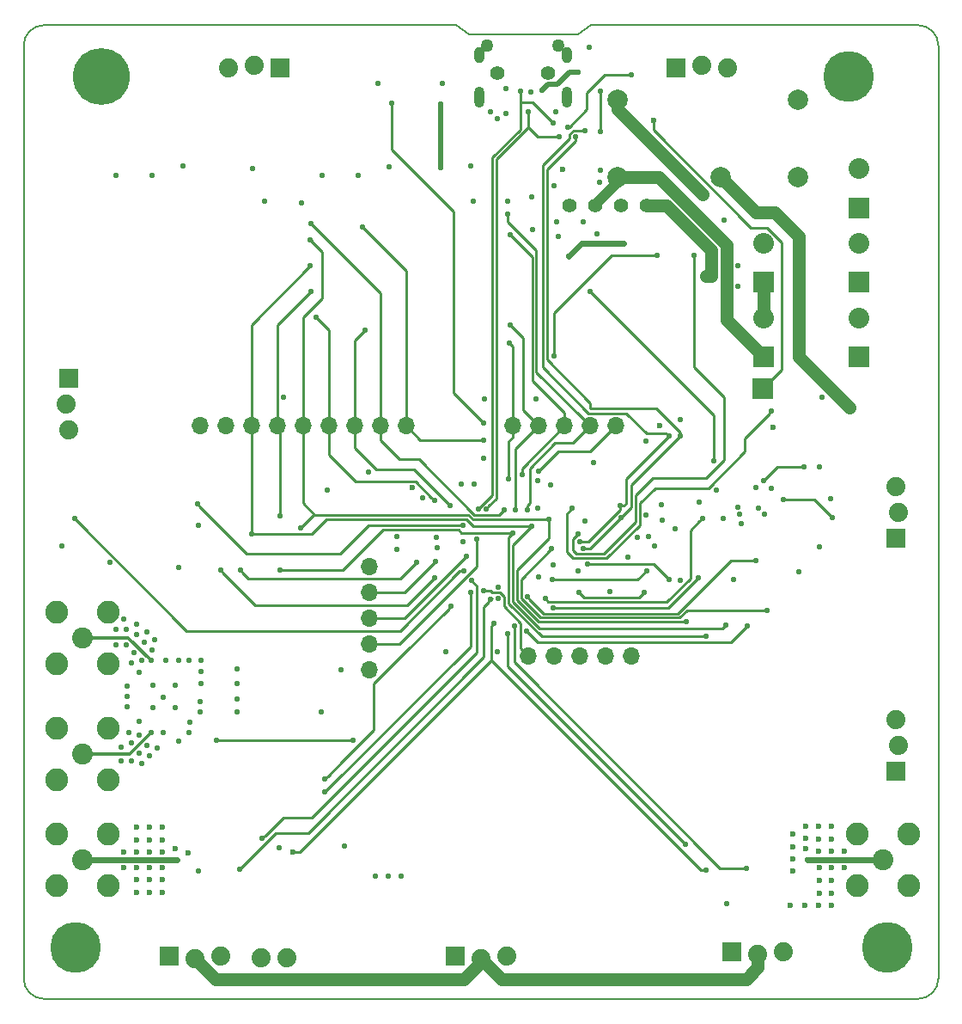
<source format=gbr>
%TF.GenerationSoftware,KiCad,Pcbnew,(5.1.5)-3*%
%TF.CreationDate,2020-03-14T11:42:48-07:00*%
%TF.ProjectId,mainboard,6d61696e-626f-4617-9264-2e6b69636164,rev?*%
%TF.SameCoordinates,PXb3c5ff4PY8d80254*%
%TF.FileFunction,Copper,L3,Inr*%
%TF.FilePolarity,Positive*%
%FSLAX46Y46*%
G04 Gerber Fmt 4.6, Leading zero omitted, Abs format (unit mm)*
G04 Created by KiCad (PCBNEW (5.1.5)-3) date 2020-03-14 11:42:48*
%MOMM*%
%LPD*%
G04 APERTURE LIST*
%ADD10C,0.150000*%
%ADD11O,1.700000X1.700000*%
%ADD12C,1.400000*%
%ADD13C,2.032000*%
%ADD14R,2.032000X2.032000*%
%ADD15O,1.000000X2.100000*%
%ADD16O,1.000000X1.600000*%
%ADD17C,1.270000*%
%ADD18C,1.408000*%
%ADD19C,2.250000*%
%ADD20C,2.050000*%
%ADD21C,5.600000*%
%ADD22C,1.879600*%
%ADD23C,5.000000*%
%ADD24R,1.879600X1.879600*%
%ADD25C,2.006600*%
%ADD26C,0.584200*%
%ADD27C,0.600000*%
%ADD28C,0.279400*%
%ADD29C,0.508000*%
%ADD30C,0.271780*%
%ADD31C,0.271781*%
%ADD32C,1.270000*%
%ADD33C,0.609600*%
%ADD34C,1.016000*%
%ADD35C,0.304800*%
G04 APERTURE END LIST*
D10*
X-90170000Y93885000D02*
X-90170000Y2000000D01*
X-88170000Y0D02*
G75*
G02X-90170000Y2000000I0J2000000D01*
G01*
X-88170000Y0D02*
X-2000000Y0D01*
X0Y2000000D02*
G75*
G02X-2000000Y0I-2000000J0D01*
G01*
X0Y2000000D02*
X0Y93885000D01*
X-2000000Y95885000D02*
G75*
G02X0Y93885000I0J-2000000D01*
G01*
X-2000000Y95885000D02*
X-34230000Y95875004D01*
X-34230000Y95875004D02*
X-35500000Y94986004D01*
X-35500000Y94986004D02*
X-46295000Y94986004D01*
X-46295000Y94986004D02*
X-47574997Y95885000D01*
X-47574997Y95885000D02*
X-88170000Y95885000D01*
X-90170000Y93885000D02*
G75*
G02X-88170000Y95885000I2000000J0D01*
G01*
D11*
X-30264100Y33769300D03*
X-32804100Y33769300D03*
X-35344100Y33769300D03*
X-37884100Y33769300D03*
X-40424100Y33769300D03*
D12*
X-28740100Y78143100D03*
X-31280100Y78143100D03*
X-33820100Y78143100D03*
X-36360100Y78143100D03*
D13*
X-17224000Y67057804D03*
D14*
X-17224000Y63202204D03*
D15*
X-36629500Y88787300D03*
X-45269500Y88787300D03*
D16*
X-45269500Y92937300D03*
X-36629500Y92937300D03*
D14*
X-17314000Y60110100D03*
D17*
X-37457500Y93865700D03*
X-44457500Y93865700D03*
D18*
X-38457500Y91165700D03*
X-43457500Y91165700D03*
D19*
X-86935000Y38090004D03*
X-86935000Y33010004D03*
X-81855000Y33010004D03*
X-81855000Y38090004D03*
D20*
X-84395000Y35550004D03*
D19*
X-86935000Y26660004D03*
X-86935000Y21580004D03*
X-81855000Y21580004D03*
X-81855000Y26660004D03*
D20*
X-84395000Y24120004D03*
D19*
X-8039100Y11150004D03*
X-8039100Y16230004D03*
X-2959100Y16230004D03*
X-2959100Y11150004D03*
D20*
X-5499100Y13690004D03*
D21*
X-82540000Y90805000D03*
D22*
X-64198500Y4051300D03*
X-66738500Y4051300D03*
D23*
X-8880000Y90805000D03*
X-5080000Y5080000D03*
X-85080000Y5080000D03*
D11*
X-52489100Y56426100D03*
X-55029100Y56426100D03*
X-57569100Y56426100D03*
X-60109100Y56426100D03*
X-62649100Y56426100D03*
X-65189100Y56426100D03*
X-67729100Y56426100D03*
X-70269100Y56426100D03*
X-72809100Y56426100D03*
X-31788100Y56426100D03*
X-34328100Y56426100D03*
X-36868100Y56426100D03*
X-39408100Y56426100D03*
X-41948100Y56426100D03*
X-56121300Y42557700D03*
X-56121300Y40017700D03*
X-56121300Y37477700D03*
X-56121300Y34937700D03*
X-56121300Y32397700D03*
D24*
X-20358100Y4617004D03*
D22*
X-17818100Y4363004D03*
X-15278100Y4617004D03*
D20*
X-84395000Y13690004D03*
D19*
X-81855000Y11150004D03*
X-81855000Y16230004D03*
X-86935000Y16230004D03*
X-86935000Y11150004D03*
D24*
X-85706000Y61140504D03*
D22*
X-85960000Y58600504D03*
X-85706000Y56060504D03*
D24*
X-4237000Y45392504D03*
D22*
X-3983000Y47932504D03*
X-4237000Y50472504D03*
D24*
X-75857100Y4229100D03*
D22*
X-73317100Y3975100D03*
X-70777100Y4229100D03*
D24*
X-25902000Y91663004D03*
D22*
X-23362000Y91917004D03*
X-20822000Y91663004D03*
D24*
X-47625000Y4229100D03*
D22*
X-45085000Y3975100D03*
X-42545000Y4229100D03*
D24*
X-64900500Y91663004D03*
D22*
X-67440500Y91917004D03*
X-69980500Y91663004D03*
D13*
X-7798000Y74413404D03*
D14*
X-7798000Y70557804D03*
X-7798000Y63202204D03*
D13*
X-7798000Y67057804D03*
D14*
X-17224000Y70557804D03*
D13*
X-17224000Y74413404D03*
D14*
X-7798000Y77913404D03*
D13*
X-7798000Y81769004D03*
D25*
X-31613800Y80889004D03*
X-21453800Y80889004D03*
X-13833800Y80889004D03*
X-13833800Y88509004D03*
X-31613800Y88509004D03*
D24*
X-4229100Y22390100D03*
D22*
X-3975100Y24930100D03*
X-4229100Y27470100D03*
D26*
X-72685600Y32248004D03*
X-72736400Y28285604D03*
X-58868000Y32400404D03*
X-17969735Y50316122D03*
X-16450000Y50282004D03*
X-76190800Y33314804D03*
X-74920800Y33314804D03*
X-73854000Y33314804D03*
X-72685600Y33314804D03*
X-80000800Y30825604D03*
X-80000800Y29809604D03*
X-80000800Y28793604D03*
X-72685600Y31079604D03*
X-72736400Y29250804D03*
X-73850500Y26202804D03*
X-76444800Y26202804D03*
X-69126100Y28232100D03*
X-69129600Y29555604D03*
X-69129600Y31028804D03*
X-69129600Y32502004D03*
X-17740000Y48327604D03*
X-17144863Y47724504D03*
X-64964000Y14849004D03*
X-13783000Y42027004D03*
X-10608000Y49266004D03*
X-75251000Y28692004D03*
X-75251000Y30851004D03*
X-77410000Y30851004D03*
X-76394000Y29708004D03*
X-77410000Y28692004D03*
X-78807000Y27295004D03*
X-78807000Y32121004D03*
X-86427680Y44634201D03*
X-81699090Y42964100D03*
X-48552100Y34201100D03*
X-30645100Y43472100D03*
X-28867100Y54902110D03*
X-64554100Y59220100D03*
X-44742100Y59093100D03*
X-81064100Y81064100D03*
X-66459100Y78524100D03*
X-57188100Y81064100D03*
X-46901100Y45021487D03*
X-45758100Y50711100D03*
X-60236100Y50076100D03*
X-53369812Y44284011D03*
X-53369812Y45554011D03*
X-38265100Y50584100D03*
X-43396702Y39409245D03*
X-19428460Y46769020D03*
X-74866500Y25387300D03*
X-72936104Y12611100D03*
D27*
X-80302100Y12925300D03*
X-80302100Y14449300D03*
X-73952100Y14398500D03*
X-75222100Y14779500D03*
X-76492100Y11706100D03*
X-76492100Y12925300D03*
X-76492100Y10436100D03*
X-77762100Y12925300D03*
X-77762100Y10436100D03*
X-77762100Y11706100D03*
X-79032100Y11706100D03*
X-79032100Y10436100D03*
X-79032100Y12925300D03*
X-76492100Y16938500D03*
X-77762100Y15668500D03*
X-76492100Y14449300D03*
X-79032100Y16938500D03*
X-77762100Y16938500D03*
X-79032100Y15668500D03*
X-77762100Y14449300D03*
X-76492100Y15668500D03*
X-79032100Y14449300D03*
D26*
X-43463877Y34201100D03*
X-21120100Y76698004D03*
X-33693100Y75349100D03*
X-45878740Y78524104D03*
X-46140360Y82050978D03*
X-67576700Y81800702D03*
X-11722100Y44488100D03*
X-73825100Y27241500D03*
X-60845700Y28257500D03*
X-20231096Y41313100D03*
X-38011100Y42760906D03*
D27*
X-16344900Y56273700D03*
X-27470100Y56426100D03*
X-10553700Y14500100D03*
X-9283700Y12899900D03*
X-11823700Y14500100D03*
X-10553700Y15719300D03*
X-10553700Y16989300D03*
X-11823700Y16989300D03*
X-11772900Y11680700D03*
X-10553700Y11680700D03*
X-11823700Y15719300D03*
X-11772900Y12899900D03*
X-10553700Y10410700D03*
X-13096100Y14754100D03*
X-11772900Y10410700D03*
X-10553700Y12899900D03*
X-9283700Y14500100D03*
X-13093700Y16989300D03*
X-13093700Y15839300D03*
X-14363700Y14957300D03*
X-14363700Y16227300D03*
X-14363700Y13738100D03*
X-11785600Y9245600D03*
D26*
X-80606900Y23406100D03*
X-79540100Y23406100D03*
X-78016100Y24930100D03*
X-78778100Y24168100D03*
X-77000100Y24676100D03*
X-78524100Y23152100D03*
X-77762100Y23914100D03*
X-80606900Y24752300D03*
X-79540100Y25184100D03*
X-78778100Y25946100D03*
X-79794100Y26200100D03*
X-81064100Y36360100D03*
X-81064100Y34836100D03*
X-80048100Y36360100D03*
X-79032100Y35852100D03*
X-80048100Y34836100D03*
X-79286100Y34074100D03*
X-78524100Y33312100D03*
X-77508100Y34328100D03*
X-78270100Y35090100D03*
X-79540100Y33058100D03*
X-77254100Y35344100D03*
X-78016100Y36106100D03*
X-79032100Y36868100D03*
X-80302100Y37376100D03*
X-28613100Y45504100D03*
X-29656391Y45471627D03*
X-55283100Y90144600D03*
X-25463364Y41209126D03*
X-27343100Y48679084D03*
X-21247102Y47269400D03*
X-25971500Y46329600D03*
X-23571200Y48882300D03*
X-32423100Y40106600D03*
X-28867100Y47663100D03*
X-25438100Y57061100D03*
X-74870004Y42456100D03*
D27*
X-10515600Y9245600D03*
X-13182600Y9245600D03*
X-14579600Y9245600D03*
X-14389100Y12611100D03*
D26*
X-11468100Y59220100D03*
X-11722100Y52362100D03*
X-34010600Y52806600D03*
X-34836100Y47028100D03*
X-39662100Y59093100D03*
X-48869600Y90144604D03*
X-47028100Y50711100D03*
X-39528278Y48345210D03*
X-52997100Y12103100D03*
X-54267100Y12103100D03*
X-55537100Y12103100D03*
X-72936102Y46659800D03*
X-60744100Y81064100D03*
X-62776100Y78397100D03*
X-42456100Y78524100D03*
X-77508100Y81064100D03*
X-54140100Y81953100D03*
X-58568395Y15007395D03*
X-39403020Y41579800D03*
X-37858690Y63284118D03*
X-74460100Y82029300D03*
X-20891500Y9410700D03*
X-43393522Y40572700D03*
X-35521902Y42151300D03*
X-27724100Y73190100D03*
X-27978100Y44615100D03*
X-49060100Y88112600D03*
X-49060100Y81826100D03*
X-56172100Y51854100D03*
X-36080700Y48298102D03*
X-16446500Y57848500D03*
X-85171800Y47302004D03*
X-46803505Y42104505D03*
X-46056100Y41183500D03*
X-66648346Y15772144D03*
X-46520100Y43599100D03*
X-49568100Y43091090D03*
X-45504110Y45250100D03*
X-50838100Y49314100D03*
X-25501600Y79032090D03*
X-21932900Y50076096D03*
X-45351496Y48280299D03*
X-37960300Y86245700D03*
X-41236906Y89395300D03*
X-40449504Y87312500D03*
X-37426900Y84924900D03*
X-44581953Y48264953D03*
X-24104602Y73190100D03*
X-35506660Y45811440D03*
X-8801100Y58204100D03*
X-23215600Y79222600D03*
X-44869100Y40170100D03*
X-38773100Y39408100D03*
X-23279094Y47307500D03*
X-61902341Y74739499D03*
X-62903100Y46371715D03*
X-24879296Y37147500D03*
X-38417500Y47180500D03*
X-61927739Y72174101D03*
X-67703700Y45758082D03*
X-20993100Y36791900D03*
X-40068500Y46545500D03*
X-61866780Y69646800D03*
X-64935100Y47536100D03*
X-64935100Y42202100D03*
X-22898100Y35674300D03*
X-41922700Y45885100D03*
X-26581100Y41313100D03*
X-34632900Y42798948D03*
X-28740100Y42167191D03*
X-38061900Y41262300D03*
X-28994100Y40043100D03*
X-35471100Y40043100D03*
X-77613200Y26202804D03*
X-77613200Y33314804D03*
X-49451930Y45439749D03*
X-36487100Y73126600D03*
X-31026106Y74396600D03*
X-49415804Y44437310D03*
X-37960300Y38500082D03*
X-23710900Y41440100D03*
X-17212000Y51044004D03*
X-13246100Y52362100D03*
X-19621923Y47723633D03*
X-19764875Y48445016D03*
D27*
X-51854100Y50330100D03*
D26*
X-44869102Y53251100D03*
X-18032588Y43148103D03*
X-40526038Y39594075D03*
X-60490100Y21628100D03*
X-48044098Y38646100D03*
X-46139100Y40043100D03*
X-60490100Y20358098D03*
X-42278310Y64554101D03*
X-42346892Y51222362D03*
X-56807100Y75984100D03*
X-44869100Y55029100D03*
X-42837100Y48171084D03*
X-61887096Y76365100D03*
X-48171100Y48552100D03*
X-56553100Y65824100D03*
X-49695100Y49060100D03*
X-61379100Y67094100D03*
X-40551100Y48171110D03*
X-42456100Y77254100D03*
X-42202100Y75222100D03*
X-41059104Y51600100D03*
X-41694100Y48171094D03*
X-42202100Y66332094D03*
X-71158100Y25438100D03*
X-57696100Y25438100D03*
X-49695100Y41440100D03*
X-70758964Y42202100D03*
X-51473114Y42964100D03*
X-68821300Y42202078D03*
X-43799481Y37008964D03*
D27*
X-63639700Y14465300D03*
D26*
X-22872700Y12636500D03*
X-42481500Y35953700D03*
X-24904698Y15176500D03*
X-18910300Y12865100D03*
X-41789012Y36692693D03*
X-38118529Y44312173D03*
X-16878300Y38239700D03*
X-40627300Y36182300D03*
X-18884900Y36690300D03*
X-12890500Y13687304D03*
X-42625590Y87160100D03*
X-40195504Y89319100D03*
X-37731700Y87337900D03*
X-34444951Y93684233D03*
D27*
X-37020500Y81699096D03*
D26*
X-19748500Y72199500D03*
X-19773900Y70142100D03*
X-44152822Y87353140D03*
X-40106600Y78968600D03*
X-40043100Y75730100D03*
X-37439600Y75095110D03*
X-42646600Y89636594D03*
X-39090584Y89446100D03*
X-35521900Y91224100D03*
X-33312100Y85432900D03*
X-43522896Y86652100D03*
X-33286694Y89399100D03*
X-35358794Y45031075D03*
X-26579848Y55408842D03*
X-34833560Y85529420D03*
X-31343614Y48552100D03*
X-25438100Y55410100D03*
X-35031594Y44371270D03*
X-35772056Y84935050D03*
X-31330926Y47368149D03*
X-22898100Y71158100D03*
X-22072600Y71158100D03*
X-34328100Y69634052D03*
X-22161498Y52997100D03*
X-37884100Y80048100D03*
D27*
X-28079700Y86499700D03*
D26*
X-33301908Y81569306D03*
X-33413701Y80378300D03*
X-36522660Y85872320D03*
X-30264100Y91033600D03*
X-68846700Y12788900D03*
X-44133313Y39306500D03*
X-75047004Y13690004D03*
X-39408100Y51981112D03*
X-39538691Y51029699D03*
X-27224100Y47163100D03*
X-44869100Y56680100D03*
X-53886100Y88176100D03*
X-15307000Y49139004D03*
X-10481000Y47361004D03*
X-37630100Y76555600D03*
X-35026600Y76492096D03*
X-46901100Y46647100D03*
X-73037700Y48704500D03*
D28*
X-32249862Y73190100D02*
X-28137191Y73190100D01*
X-37858690Y67581272D02*
X-32249862Y73190100D01*
X-28137191Y73190100D02*
X-27724100Y73190100D01*
X-37858690Y63284118D02*
X-37858690Y67581272D01*
D29*
X-49060100Y88112600D02*
X-49060100Y81826100D01*
D30*
X-16738599Y57556401D02*
X-16446500Y57848500D01*
X-19088100Y55206900D02*
X-16738599Y57556401D01*
X-22669500Y50304700D02*
X-19088100Y53886100D01*
X-27927300Y50304700D02*
X-22669500Y50304700D01*
X-29425900Y48806100D02*
X-27927300Y50304700D01*
X-36639500Y47739302D02*
X-36639500Y44018200D01*
X-36080700Y48298102D02*
X-36639500Y47739302D01*
X-36639500Y44018200D02*
X-36008299Y43386999D01*
X-36008299Y43386999D02*
X-32706435Y43386999D01*
X-32706435Y43386999D02*
X-29425900Y46667534D01*
X-19088100Y53886100D02*
X-19088100Y55206900D01*
X-29425900Y46667534D02*
X-29425900Y48806100D01*
D28*
X-47168881Y42104505D02*
X-46803505Y42104505D01*
X-63284100Y36233100D02*
X-53040286Y36233100D01*
X-53040286Y36233100D02*
X-47168881Y42104505D01*
D30*
X-66276220Y36233100D02*
X-63284100Y36233100D01*
D31*
X-67364912Y36233100D02*
X-66276220Y36233100D01*
X-85171800Y47302004D02*
X-74102896Y36233100D01*
X-74102896Y36233100D02*
X-67364912Y36233100D01*
D30*
X-45504100Y40631500D02*
X-45504100Y34074100D01*
X-61760100Y17818100D02*
X-64602390Y17818100D01*
X-66356247Y16064243D02*
X-66648346Y15772144D01*
X-64602390Y17818100D02*
X-66356247Y16064243D01*
X-45504100Y34074100D02*
X-61760100Y17818100D01*
X-46056100Y41183500D02*
X-45504100Y40631500D01*
X-52641500Y37477700D02*
X-46520100Y43599100D01*
X-56121300Y37477700D02*
X-52641500Y37477700D01*
X-49860199Y42798991D02*
X-49568100Y43091090D01*
X-56121300Y40017700D02*
X-52641490Y40017700D01*
X-52641490Y40017700D02*
X-49860199Y42798991D01*
X-45504110Y44837009D02*
X-45504110Y45250100D01*
X-45504110Y42583090D02*
X-45504110Y44837009D01*
X-56121300Y34937700D02*
X-53149500Y34937700D01*
X-53149500Y34937700D02*
X-45504110Y42583090D01*
D32*
X-45085000Y3720965D02*
X-45085000Y3975100D01*
X-43053000Y1943100D02*
X-45085000Y3975100D01*
X-18961100Y1943100D02*
X-43053000Y1943100D01*
X-17818100Y4363004D02*
X-17818100Y3086100D01*
X-17818100Y3086100D02*
X-18961100Y1943100D01*
X-46774100Y1943100D02*
X-45123100Y3594100D01*
X-71285100Y1943100D02*
X-46774100Y1943100D01*
X-73317100Y3975100D02*
X-71285100Y1943100D01*
X-27555200Y80889004D02*
X-31613800Y80889004D01*
X-20866100Y74199904D02*
X-27555200Y80889004D01*
X-17224000Y63202204D02*
X-20866100Y66844304D01*
X-20866100Y66844304D02*
X-20866100Y74199904D01*
D33*
X-31613800Y80349400D02*
X-31613800Y80889004D01*
D34*
X-31677300Y80349400D02*
X-31613800Y80349400D01*
X-33820100Y78143100D02*
X-33820100Y78206600D01*
X-33820100Y78206600D02*
X-31677300Y80349400D01*
D30*
X-41109900Y89395300D02*
X-41236906Y89395300D01*
D28*
X-44002971Y82168609D02*
X-44002971Y59852571D01*
D30*
X-41236906Y88404706D02*
X-41236906Y89395300D01*
X-41135300Y88303100D02*
X-41236906Y88404706D01*
X-37960300Y86245700D02*
X-40017700Y88303100D01*
X-40017700Y88303100D02*
X-41135300Y88303100D01*
X-44002971Y82844629D02*
X-44002971Y82168609D01*
X-41236906Y85610694D02*
X-44002971Y82844629D01*
X-41236906Y88404706D02*
X-41236906Y85610694D01*
X-45351496Y48280299D02*
X-44002971Y49628824D01*
X-44002971Y49628824D02*
X-44002971Y59852571D01*
X-40449500Y87312496D02*
X-40449504Y87312500D01*
X-40449504Y85834121D02*
X-40449504Y86899409D01*
X-40449504Y86899409D02*
X-40449504Y87312500D01*
X-40449504Y85834121D02*
X-43600370Y82683256D01*
X-43600370Y82683256D02*
X-43600370Y49246536D01*
X-43600370Y49246536D02*
X-44289854Y48557052D01*
X-44289854Y48557052D02*
X-44581953Y48264953D01*
X-39522400Y84924900D02*
X-37426900Y84924900D01*
X-40449504Y85834121D02*
X-40431621Y85834121D01*
X-40431621Y85834121D02*
X-39522400Y84924900D01*
D28*
X-24104602Y72777009D02*
X-24104602Y73190100D01*
X-24104602Y62230002D02*
X-24104602Y72777009D01*
X-22901899Y51266101D02*
X-21130260Y53037740D01*
X-28134299Y51266101D02*
X-22901899Y51266101D01*
X-29832300Y49568100D02*
X-28134299Y51266101D01*
X-32965507Y43812460D02*
X-29832300Y46945667D01*
X-35506660Y45811440D02*
X-36029900Y45288200D01*
X-21130260Y53037740D02*
X-21130260Y59255660D01*
X-36029900Y44160440D02*
X-35681920Y43812460D01*
X-21130260Y59255660D02*
X-24104602Y62230002D01*
X-36029900Y45288200D02*
X-36029900Y44160440D01*
X-29832300Y46945667D02*
X-29832300Y49568100D01*
X-35681920Y43812460D02*
X-32965507Y43812460D01*
D32*
X-18022096Y77457300D02*
X-21453800Y80889004D01*
X-16167100Y77457300D02*
X-18022096Y77457300D01*
X-13804900Y75095100D02*
X-16167100Y77457300D01*
X-13804900Y63232426D02*
X-13804900Y75095100D01*
X-8801100Y58204100D02*
X-8776574Y58204100D01*
X-8776574Y58204100D02*
X-13804900Y63232426D01*
X-31613800Y87620800D02*
X-23215600Y79222600D01*
X-31613800Y88509004D02*
X-31613800Y87620800D01*
D30*
X-42811700Y38646100D02*
X-41182292Y37016692D01*
X-41182292Y34527492D02*
X-40424100Y33769300D01*
X-42811700Y39611300D02*
X-42811700Y38646100D01*
X-43192700Y39992300D02*
X-42811700Y39611300D01*
X-44005500Y39992300D02*
X-43192700Y39992300D01*
X-44869100Y40170100D02*
X-44183300Y40170100D01*
X-44183300Y40170100D02*
X-44005500Y39992300D01*
X-41182292Y37016692D02*
X-41182292Y34527492D01*
X-24472900Y46113694D02*
X-23571193Y47015401D01*
X-24472900Y41414700D02*
X-24472900Y46113694D01*
X-26771599Y39116001D02*
X-24472900Y41414700D01*
X-38481001Y39116001D02*
X-26771599Y39116001D01*
X-38773100Y39408100D02*
X-38481001Y39116001D01*
X-23571193Y47015401D02*
X-23279094Y47307500D01*
X-61785499Y74739499D02*
X-61902341Y74739499D01*
D28*
X-60744100Y73581258D02*
X-60744100Y68999100D01*
X-61902341Y74739499D02*
X-60744100Y73581258D01*
X-60744100Y68999100D02*
X-62649100Y67094100D01*
X-62649100Y67094100D02*
X-62649100Y56426100D01*
X-61502302Y47659302D02*
X-60874898Y47659302D01*
X-62649100Y56426100D02*
X-62649100Y48806100D01*
X-62649100Y48806100D02*
X-61502302Y47659302D01*
D30*
X-62611001Y46663814D02*
X-62903100Y46371715D01*
X-61615513Y47659302D02*
X-62611001Y46663814D01*
X-60874898Y47659302D02*
X-61615513Y47659302D01*
X-45875396Y47180500D02*
X-38417500Y47180500D01*
X-60874898Y47659302D02*
X-46354198Y47659302D01*
X-46354198Y47659302D02*
X-45875396Y47180500D01*
X-38417500Y45326300D02*
X-38417500Y47180500D01*
X-41537769Y42206031D02*
X-38417500Y45326300D01*
X-41537769Y39256943D02*
X-41537769Y42206031D01*
X-24879296Y37147500D02*
X-39428326Y37147500D01*
X-39428326Y37147500D02*
X-41537769Y39256943D01*
D28*
X-67729100Y66372740D02*
X-67729100Y56426100D01*
X-61927739Y72174101D02*
X-67729100Y66372740D01*
X-67729100Y56426100D02*
X-67729100Y45783482D01*
X-67729100Y45783482D02*
X-67703700Y45758082D01*
X-45880784Y46545500D02*
X-40481591Y46545500D01*
X-40481591Y46545500D02*
X-40068500Y46545500D01*
X-67703700Y45758082D02*
X-61784500Y45758082D01*
X-60311281Y47231301D02*
X-46566585Y47231301D01*
D30*
X-41955709Y44658291D02*
X-40360599Y46253401D01*
D28*
X-61784500Y45758082D02*
X-60311281Y47231301D01*
X-46566585Y47231301D02*
X-45880784Y46545500D01*
D30*
X-20993100Y36791900D02*
X-21285199Y36499801D01*
X-39344602Y36499801D02*
X-41955709Y39110909D01*
X-21285199Y36499801D02*
X-39344602Y36499801D01*
X-41955709Y39110909D02*
X-41955709Y44658291D01*
X-40360599Y46253401D02*
X-40068500Y46545500D01*
D28*
X-65189100Y66324480D02*
X-65189100Y56426100D01*
X-61866780Y69646800D02*
X-65189100Y66324480D01*
X-64935100Y56172100D02*
X-64935100Y47536100D01*
X-65189100Y56426100D02*
X-64935100Y56172100D01*
X-47003718Y45885100D02*
X-42335791Y45885100D01*
X-47295817Y46177199D02*
X-47003718Y45885100D01*
D30*
X-39098125Y35674300D02*
X-42367199Y38943374D01*
X-42367199Y38943374D02*
X-42367199Y45440601D01*
D28*
X-54766717Y46177199D02*
X-47295817Y46177199D01*
D30*
X-22898100Y35674300D02*
X-39098125Y35674300D01*
X-42367199Y45440601D02*
X-42214799Y45593001D01*
X-42214799Y45593001D02*
X-41922700Y45885100D01*
D28*
X-64935100Y42202100D02*
X-58741816Y42202100D01*
X-58741816Y42202100D02*
X-54766717Y46177199D01*
X-42335791Y45885100D02*
X-41922700Y45885100D01*
X-34219809Y42798948D02*
X-34632900Y42798948D01*
X-28066948Y42798948D02*
X-34219809Y42798948D01*
X-26581100Y41313100D02*
X-28066948Y42798948D01*
X-28740100Y42167191D02*
X-29644991Y41262300D01*
X-29644991Y41262300D02*
X-38061900Y41262300D01*
X-34963100Y39535100D02*
X-35471100Y40043100D01*
X-29502100Y39535100D02*
X-34963100Y39535100D01*
X-28994100Y40043100D02*
X-29502100Y39535100D01*
D35*
X-79696000Y24120004D02*
X-77613200Y26202804D01*
X-84395000Y24120004D02*
X-79696000Y24120004D01*
X-79848400Y35550004D02*
X-77613200Y33314804D01*
X-84395000Y35550004D02*
X-79848400Y35550004D01*
D33*
X-35217100Y74396600D02*
X-31026106Y74396600D01*
X-36487100Y73126600D02*
X-35217100Y74396600D01*
D31*
X-26650918Y38500082D02*
X-23710900Y41440100D01*
X-37960300Y38500082D02*
X-26650918Y38500082D01*
D28*
X-15893904Y52362100D02*
X-13246100Y52362100D01*
X-17212000Y51044004D02*
X-15893904Y52362100D01*
D30*
X-25665945Y37945082D02*
X-38877045Y37945082D01*
X-40233939Y39301976D02*
X-40526038Y39594075D01*
X-20462924Y43148103D02*
X-25665945Y37945082D01*
X-38877045Y37945082D02*
X-40233939Y39301976D01*
X-18032588Y43148103D02*
X-20462924Y43148103D01*
D31*
X-60198001Y21920199D02*
X-60490100Y21628100D01*
X-58712100Y23406100D02*
X-60198001Y21920199D01*
D30*
X-53124100Y33566100D02*
X-52616100Y34074100D01*
X-55664100Y31034372D02*
X-53132372Y33566100D01*
X-55664100Y26454100D02*
X-55664100Y31034372D01*
X-58712100Y23406100D02*
X-55664100Y26454100D01*
X-53132372Y33566100D02*
X-53124100Y33566100D01*
D31*
X-52616100Y34074100D02*
X-48336197Y38354001D01*
X-48336197Y38354001D02*
X-48044098Y38646100D01*
D30*
X-60490102Y20358098D02*
X-60490100Y20358098D01*
X-46139100Y40043100D02*
X-46139100Y34709100D01*
X-46139100Y34709100D02*
X-60490102Y20358098D01*
X-42346892Y54905528D02*
X-42346892Y51222362D01*
X-41948100Y56426100D02*
X-41948100Y55304320D01*
X-41948100Y55304320D02*
X-42346892Y54905528D01*
D28*
X-41948100Y64223891D02*
X-41948100Y56426100D01*
X-42278310Y64554101D02*
X-41948100Y64223891D01*
D30*
X-52489100Y71666100D02*
X-56807100Y75984100D01*
X-52489100Y56426100D02*
X-52489100Y71666100D01*
X-51092100Y55029100D02*
X-52489100Y56426100D01*
X-44869100Y55029100D02*
X-51092100Y55029100D01*
X-61594997Y76073001D02*
X-61887096Y76365100D01*
X-55029100Y56426100D02*
X-55029100Y69507104D01*
X-55029100Y69507104D02*
X-61594997Y76073001D01*
X-55029100Y55029100D02*
X-55029100Y56426100D01*
X-42837116Y48171084D02*
X-43345100Y47663100D01*
X-42837100Y48171084D02*
X-42837116Y48171084D01*
X-43345100Y47663100D02*
X-45758100Y47663100D01*
X-45758100Y47663100D02*
X-51219100Y53124100D01*
X-51219100Y53124100D02*
X-53124100Y53124100D01*
X-53124100Y53124100D02*
X-55029100Y55029100D01*
X-57569100Y64808100D02*
X-56553100Y65824100D01*
X-57569100Y56426100D02*
X-57569100Y64808100D01*
X-57569100Y55224019D02*
X-57569100Y56426100D01*
X-57569100Y54267100D02*
X-57569100Y55224019D01*
X-55410100Y52108100D02*
X-57569100Y54267100D01*
X-48171100Y48552100D02*
X-51727100Y52108100D01*
X-51727100Y52108100D02*
X-55410100Y52108100D01*
X-60109100Y65824100D02*
X-60109100Y56426100D01*
X-61379100Y67094100D02*
X-60109100Y65824100D01*
X-49987199Y49352199D02*
X-49695100Y49060100D01*
X-51553391Y50918391D02*
X-49987199Y49352199D01*
X-57420791Y50918391D02*
X-51553391Y50918391D01*
X-60109100Y56426100D02*
X-60109100Y53606700D01*
X-60109100Y53606700D02*
X-57420791Y50918391D01*
X-36004500Y54749700D02*
X-34328100Y56426100D01*
X-37782500Y54749700D02*
X-36004500Y54749700D01*
X-40297100Y52235100D02*
X-37782500Y54749700D01*
X-40297100Y48838201D02*
X-40297100Y52235100D01*
X-40551100Y48171110D02*
X-40551100Y48584201D01*
X-40551100Y48584201D02*
X-40297100Y48838201D01*
X-35178099Y57276099D02*
X-34328100Y56426100D01*
X-39632901Y73732401D02*
X-39632901Y61730901D01*
X-39632901Y61730901D02*
X-35178099Y57276099D01*
X-42456100Y77254100D02*
X-42456100Y76555600D01*
X-42456100Y76555600D02*
X-39632901Y73732401D01*
X-36868100Y56426100D02*
X-41059104Y52235096D01*
X-41059104Y52235096D02*
X-41059104Y52013191D01*
X-41059104Y52013191D02*
X-41059104Y51600100D01*
X-41910001Y74930001D02*
X-42202100Y75222100D01*
X-40031692Y73051692D02*
X-41910001Y74930001D01*
X-40031692Y60859692D02*
X-40031692Y73051692D01*
X-36868100Y56426100D02*
X-36868100Y57696100D01*
X-36868100Y57696100D02*
X-40031692Y60859692D01*
D28*
X-41567100Y65697094D02*
X-42202100Y66332094D01*
D30*
X-40258099Y55576101D02*
X-39408100Y56426100D01*
X-41694100Y48171094D02*
X-41694100Y54140100D01*
X-41694100Y54140100D02*
X-40258099Y55576101D01*
X-40932100Y57950100D02*
X-39408100Y56426100D01*
X-41567100Y65697094D02*
X-40932100Y65062094D01*
X-40932100Y65062094D02*
X-40932100Y57950100D01*
D28*
X-71158100Y25438100D02*
X-57696100Y25438100D01*
X-67329964Y38773100D02*
X-70466865Y41910001D01*
X-52362100Y38773100D02*
X-67329964Y38773100D01*
X-70466865Y41910001D02*
X-70758964Y42202100D01*
X-49695100Y41440100D02*
X-52362100Y38773100D01*
X-53021615Y41415599D02*
X-68034821Y41415599D01*
X-68529201Y41909979D02*
X-68821300Y42202078D01*
X-51473114Y42964100D02*
X-53021615Y41415599D01*
X-68034821Y41415599D02*
X-68529201Y41909979D01*
D30*
X-62928500Y14465300D02*
X-44970700Y32423100D01*
X-63639700Y14465300D02*
X-62928500Y14465300D01*
X-44970700Y32423100D02*
X-44091580Y33302220D01*
X-44091580Y33302220D02*
X-44091580Y33296580D01*
X-44107100Y33317740D02*
X-44091580Y33302220D01*
X-44107100Y35998860D02*
X-44107100Y33317740D01*
X-44091580Y36014380D02*
X-44107100Y35998860D01*
X-43799481Y37008964D02*
X-44091580Y36716865D01*
X-44091580Y36716865D02*
X-44091580Y36014380D01*
X-23285791Y12636500D02*
X-22872700Y12636500D01*
X-23380700Y12636500D02*
X-23285791Y12636500D01*
X-44107100Y33286700D02*
X-44030900Y33286700D01*
X-44030900Y33286700D02*
X-23380700Y12636500D01*
X-42481500Y35953700D02*
X-42481500Y32753302D01*
X-42481500Y32753302D02*
X-24904698Y15176500D01*
D28*
X-41789012Y36279602D02*
X-41789012Y36692693D01*
X-41789012Y33127612D02*
X-41789012Y36279602D01*
X-18910300Y12865100D02*
X-21526500Y12865100D01*
X-21526500Y12865100D02*
X-41789012Y33127612D01*
D30*
X-17291391Y38239700D02*
X-16878300Y38239700D01*
X-38118529Y44312173D02*
X-41113579Y41317123D01*
X-41113579Y41317123D02*
X-41113579Y39396727D01*
X-41113579Y39396727D02*
X-39263143Y37546291D01*
X-39263143Y37546291D02*
X-25500761Y37546291D01*
X-25500761Y37546291D02*
X-24807352Y38239700D01*
X-24807352Y38239700D02*
X-17291391Y38239700D01*
X-20485104Y35090096D02*
X-18884900Y36690300D01*
X-40627300Y36182300D02*
X-39535096Y35090096D01*
X-39535096Y35090096D02*
X-20485104Y35090096D01*
D33*
X-5501800Y13687304D02*
X-5499100Y13690004D01*
X-12890500Y13687304D02*
X-5501800Y13687304D01*
D29*
X-36360100Y91224100D02*
X-35521900Y91224100D01*
X-37553900Y90030300D02*
X-36360100Y91224100D01*
X-39090584Y89446100D02*
X-38506384Y90030300D01*
X-38506384Y90030300D02*
X-37553900Y90030300D01*
D28*
X-33312100Y89373694D02*
X-33286694Y89399100D01*
X-33312100Y85432900D02*
X-33312100Y89373694D01*
X-26871947Y55700941D02*
X-26579848Y55408842D01*
X-30746700Y57670700D02*
X-28776941Y55700941D01*
X-28776941Y55700941D02*
X-26871947Y55700941D01*
X-34480500Y57670700D02*
X-30746700Y57670700D01*
X-38976300Y81165700D02*
X-38976300Y62166500D01*
X-38976300Y62166500D02*
X-34480500Y57670700D01*
X-36378387Y85120987D02*
X-35969954Y85529420D01*
X-35969954Y85529420D02*
X-34833560Y85529420D01*
D30*
X-38976300Y82130900D02*
X-38976300Y81165700D01*
X-36378387Y85120987D02*
X-36378387Y84728813D01*
X-36378387Y84728813D02*
X-38976300Y82130900D01*
X-31407100Y48488614D02*
X-31343614Y48552100D01*
X-26579848Y55408842D02*
X-30799783Y51188907D01*
X-30799783Y51188907D02*
X-30799783Y48778417D01*
X-31026100Y48552100D02*
X-31343614Y48552100D01*
X-31407100Y48171100D02*
X-31407100Y48488614D01*
X-34547125Y45031075D02*
X-31407100Y48171100D01*
X-35358794Y45031075D02*
X-34547125Y45031075D01*
X-30799783Y48778417D02*
X-31026100Y48552100D01*
X-25438100Y55765700D02*
X-27800300Y58127900D01*
X-25438100Y55410100D02*
X-25438100Y55765700D01*
X-27800300Y58127900D02*
X-34302700Y58127900D01*
X-30264100Y50584100D02*
X-30264100Y48434975D01*
X-25438100Y55410100D02*
X-30264100Y50584100D01*
X-30264100Y48434975D02*
X-31330926Y47368149D01*
X-34327805Y44371270D02*
X-31330926Y47368149D01*
X-35031594Y44371270D02*
X-34327805Y44371270D01*
D28*
X-35772056Y84446144D02*
X-35772056Y84935050D01*
X-34302700Y58127900D02*
X-34302700Y58686700D01*
X-38569889Y81648311D02*
X-35772056Y84446144D01*
X-38569889Y62953889D02*
X-38569889Y81648311D01*
X-34302700Y58686700D02*
X-38569889Y62953889D01*
D32*
X-28740100Y78143100D02*
X-27750151Y78143100D01*
X-27750151Y78143100D02*
X-26835100Y78143100D01*
X-26835100Y78143100D02*
X-22390100Y73698100D01*
X-22390100Y73698100D02*
X-22390100Y71158100D01*
X-22898100Y71158100D02*
X-22390100Y71158100D01*
D28*
X-34328100Y69634052D02*
X-22161498Y57467450D01*
X-22161498Y57467450D02*
X-22161498Y52997100D01*
D30*
X-15436100Y61988000D02*
X-17314000Y60110100D01*
X-15436100Y74518264D02*
X-15436100Y61988000D01*
X-16881936Y75964100D02*
X-15436100Y74518264D01*
X-18466100Y75964100D02*
X-16881936Y75964100D01*
X-28079700Y86499700D02*
X-28079700Y85577700D01*
X-28079700Y85577700D02*
X-18466100Y75964100D01*
X-36403280Y85872320D02*
X-34709100Y87566500D01*
X-32867600Y91033600D02*
X-30264100Y91033600D01*
X-34709100Y87566500D02*
X-34709100Y89192100D01*
X-36522660Y85872320D02*
X-36403280Y85872320D01*
X-34709100Y89192100D02*
X-32867600Y91033600D01*
X-44818300Y38621513D02*
X-44425412Y39014401D01*
X-62141100Y16319500D02*
X-44818300Y33642300D01*
X-44818300Y33642300D02*
X-44818300Y38621513D01*
X-68846700Y12788900D02*
X-65316100Y16319500D01*
X-44031729Y39408084D02*
X-44133313Y39306500D01*
X-44425412Y39014401D02*
X-44133313Y39306500D01*
X-65316100Y16319500D02*
X-62141100Y16319500D01*
D33*
X-84395000Y13690004D02*
X-75047004Y13690004D01*
D28*
X-37503112Y53886100D02*
X-39408100Y51981112D01*
X-31788100Y56426100D02*
X-34328100Y53886100D01*
X-34328100Y53886100D02*
X-37503112Y53886100D01*
X-53886100Y87763009D02*
X-53886100Y88176100D01*
X-53886100Y83604100D02*
X-53886100Y88176100D01*
X-47828199Y77546199D02*
X-53886100Y83604100D01*
X-44869100Y56680100D02*
X-47828199Y59639199D01*
X-47828199Y59639199D02*
X-47828199Y77546199D01*
D32*
X-17224000Y70557804D02*
X-17224000Y67057804D01*
D28*
X-12259000Y49139004D02*
X-10481000Y47361004D01*
X-15307000Y49139004D02*
X-12259000Y49139004D01*
D30*
X-72745601Y48412401D02*
X-73037700Y48704500D01*
X-58966100Y43853100D02*
X-68186300Y43853100D01*
X-68186300Y43853100D02*
X-72745601Y48412401D01*
X-56172100Y46647100D02*
X-58966100Y43853100D01*
X-46901100Y46647100D02*
X-56172100Y46647100D01*
M02*

</source>
